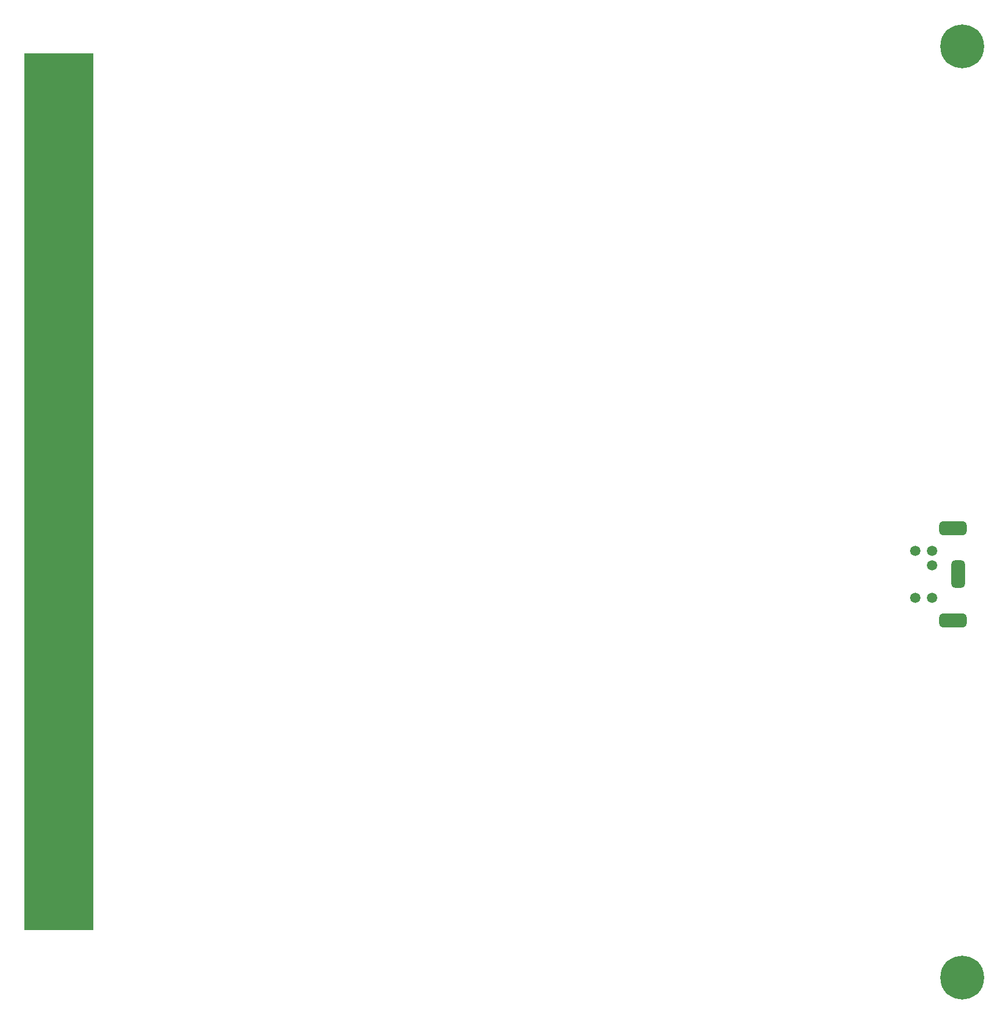
<source format=gbr>
%TF.GenerationSoftware,KiCad,Pcbnew,(6.0.4-0)*%
%TF.CreationDate,2022-10-03T08:54:47-06:00*%
%TF.ProjectId,midiori,6d696469-6f72-4692-9e6b-696361645f70,rev?*%
%TF.SameCoordinates,Original*%
%TF.FileFunction,Soldermask,Bot*%
%TF.FilePolarity,Negative*%
%FSLAX46Y46*%
G04 Gerber Fmt 4.6, Leading zero omitted, Abs format (unit mm)*
G04 Created by KiCad (PCBNEW (6.0.4-0)) date 2022-10-03 08:54:47*
%MOMM*%
%LPD*%
G01*
G04 APERTURE LIST*
G04 Aperture macros list*
%AMRoundRect*
0 Rectangle with rounded corners*
0 $1 Rounding radius*
0 $2 $3 $4 $5 $6 $7 $8 $9 X,Y pos of 4 corners*
0 Add a 4 corners polygon primitive as box body*
4,1,4,$2,$3,$4,$5,$6,$7,$8,$9,$2,$3,0*
0 Add four circle primitives for the rounded corners*
1,1,$1+$1,$2,$3*
1,1,$1+$1,$4,$5*
1,1,$1+$1,$6,$7*
1,1,$1+$1,$8,$9*
0 Add four rect primitives between the rounded corners*
20,1,$1+$1,$2,$3,$4,$5,0*
20,1,$1+$1,$4,$5,$6,$7,0*
20,1,$1+$1,$6,$7,$8,$9,0*
20,1,$1+$1,$8,$9,$2,$3,0*%
G04 Aperture macros list end*
%ADD10C,0.100000*%
%ADD11R,8.000000X1.800000*%
%ADD12C,6.400000*%
%ADD13RoundRect,0.500000X-0.500000X1.500000X-0.500000X-1.500000X0.500000X-1.500000X0.500000X1.500000X0*%
%ADD14RoundRect,0.500000X-1.500000X0.500000X-1.500000X-0.500000X1.500000X-0.500000X1.500000X0.500000X0*%
%ADD15C,1.500000*%
G04 APERTURE END LIST*
D10*
G36*
X54000000Y-175000000D02*
G01*
X44000000Y-175000000D01*
X44000000Y-47000000D01*
X54000000Y-47000000D01*
X54000000Y-175000000D01*
G37*
X54000000Y-175000000D02*
X44000000Y-175000000D01*
X44000000Y-47000000D01*
X54000000Y-47000000D01*
X54000000Y-175000000D01*
D11*
%TO.C,J1*%
X50000000Y-173460000D03*
X50000000Y-170920000D03*
X50000000Y-168380000D03*
X50000000Y-165840000D03*
X50000000Y-163300000D03*
X50000000Y-160760000D03*
X50000000Y-158220000D03*
X50000000Y-155680000D03*
X50000000Y-153140000D03*
X50000000Y-150600000D03*
X50000000Y-148060000D03*
X50000000Y-145520000D03*
X50000000Y-142980000D03*
X50000000Y-140440000D03*
X50000000Y-137900000D03*
X50000000Y-135360000D03*
X50000000Y-132820000D03*
X50000000Y-130280000D03*
X50000000Y-127740000D03*
X50000000Y-125200000D03*
X50000000Y-122660000D03*
X50000000Y-120120000D03*
X50000000Y-117580000D03*
X50000000Y-115040000D03*
X50000000Y-112500000D03*
X50000000Y-109960000D03*
X50000000Y-107420000D03*
X50000000Y-104880000D03*
X50000000Y-102340000D03*
X50000000Y-99800000D03*
X50000000Y-97260000D03*
X50000000Y-94720000D03*
X50000000Y-92180000D03*
X50000000Y-89640000D03*
X50000000Y-87100000D03*
X50000000Y-84560000D03*
X50000000Y-82020000D03*
X50000000Y-79480000D03*
X50000000Y-76940000D03*
X50000000Y-74400000D03*
X50000000Y-71860000D03*
X50000000Y-69320000D03*
X50000000Y-66780000D03*
X50000000Y-64240000D03*
X50000000Y-61700000D03*
X50000000Y-59160000D03*
X50000000Y-56620000D03*
X50000000Y-54080000D03*
X50000000Y-51540000D03*
X50000000Y-49000000D03*
%TD*%
D12*
%TO.C,H2*%
X181000000Y-182000000D03*
%TD*%
%TO.C,H1*%
X181000000Y-46000000D03*
%TD*%
D13*
%TO.C,J4*%
X180400000Y-123100000D03*
D14*
X179600000Y-116350000D03*
X179600000Y-129850000D03*
D15*
X176600000Y-121800000D03*
X176600000Y-119700000D03*
X176600000Y-126500000D03*
X174100000Y-119700000D03*
X174100000Y-126500000D03*
%TD*%
M02*

</source>
